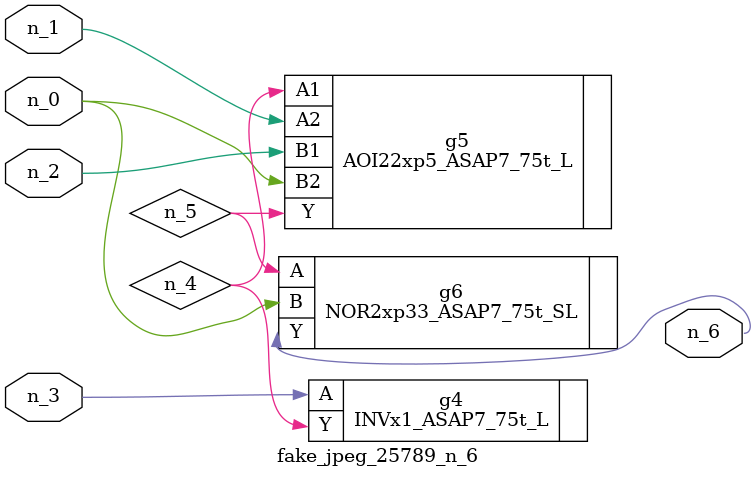
<source format=v>
module fake_jpeg_25789_n_6 (n_0, n_3, n_2, n_1, n_6);

input n_0;
input n_3;
input n_2;
input n_1;

output n_6;

wire n_4;
wire n_5;

INVx1_ASAP7_75t_L g4 ( 
.A(n_3),
.Y(n_4)
);

AOI22xp5_ASAP7_75t_L g5 ( 
.A1(n_4),
.A2(n_1),
.B1(n_2),
.B2(n_0),
.Y(n_5)
);

NOR2xp33_ASAP7_75t_SL g6 ( 
.A(n_5),
.B(n_0),
.Y(n_6)
);


endmodule
</source>
